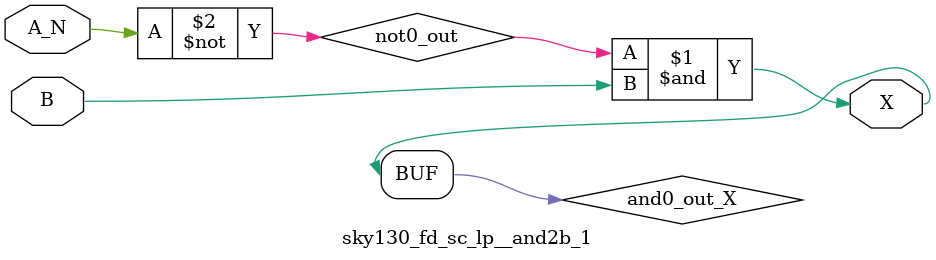
<source format=v>
/*
 * Copyright 2020 The SkyWater PDK Authors
 *
 * Licensed under the Apache License, Version 2.0 (the "License");
 * you may not use this file except in compliance with the License.
 * You may obtain a copy of the License at
 *
 *     https://www.apache.org/licenses/LICENSE-2.0
 *
 * Unless required by applicable law or agreed to in writing, software
 * distributed under the License is distributed on an "AS IS" BASIS,
 * WITHOUT WARRANTIES OR CONDITIONS OF ANY KIND, either express or implied.
 * See the License for the specific language governing permissions and
 * limitations under the License.
 *
 * SPDX-License-Identifier: Apache-2.0
*/


`ifndef SKY130_FD_SC_LP__AND2B_1_FUNCTIONAL_V
`define SKY130_FD_SC_LP__AND2B_1_FUNCTIONAL_V

/**
 * and2b: 2-input AND, first input inverted.
 *
 * Verilog simulation functional model.
 */

`timescale 1ns / 1ps
`default_nettype none

`celldefine
module sky130_fd_sc_lp__and2b_1 (
    X  ,
    A_N,
    B
);

    // Module ports
    output X  ;
    input  A_N;
    input  B  ;

    // Local signals
    wire not0_out  ;
    wire and0_out_X;

    //  Name  Output      Other arguments
    not not0 (not0_out  , A_N            );
    and and0 (and0_out_X, not0_out, B    );
    buf buf0 (X         , and0_out_X     );

endmodule
`endcelldefine

`default_nettype wire
`endif  // SKY130_FD_SC_LP__AND2B_1_FUNCTIONAL_V

</source>
